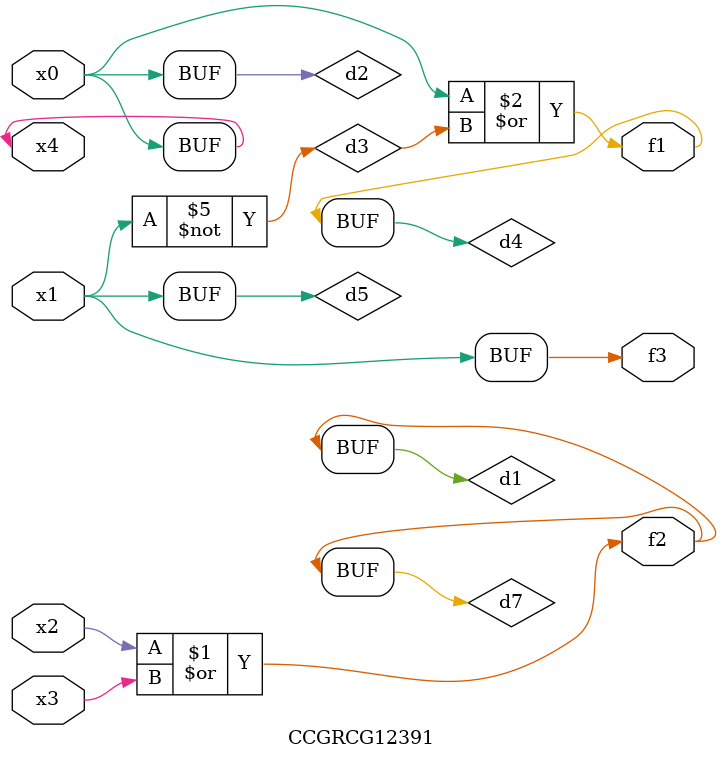
<source format=v>
module CCGRCG12391(
	input x0, x1, x2, x3, x4,
	output f1, f2, f3
);

	wire d1, d2, d3, d4, d5, d6, d7;

	or (d1, x2, x3);
	buf (d2, x0, x4);
	not (d3, x1);
	or (d4, d2, d3);
	not (d5, d3);
	nand (d6, d1, d3);
	or (d7, d1);
	assign f1 = d4;
	assign f2 = d7;
	assign f3 = d5;
endmodule

</source>
